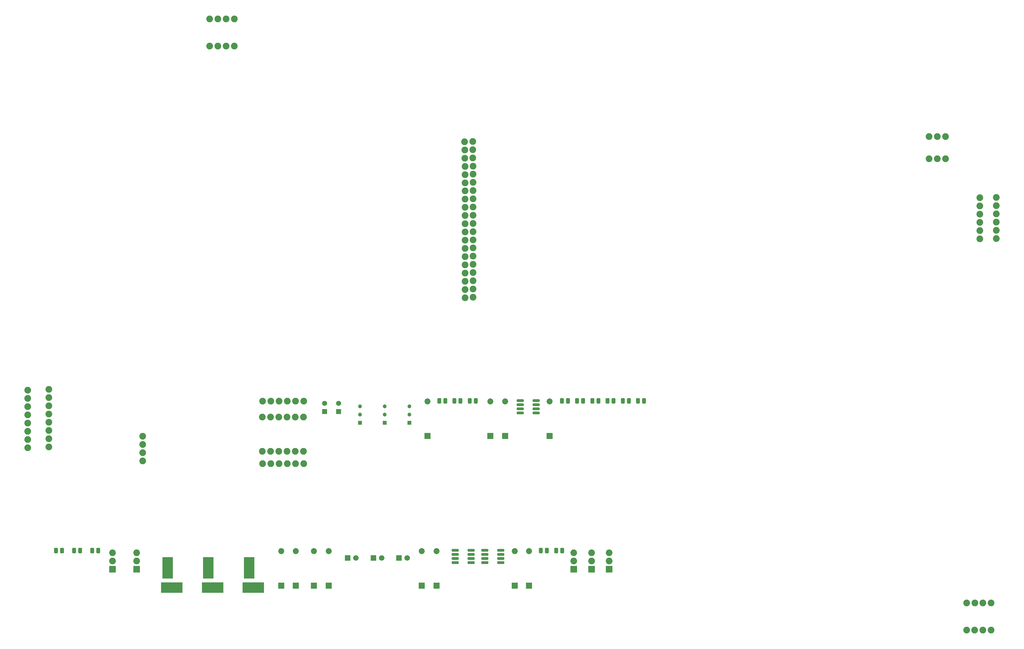
<source format=gts>
G04*
G04 #@! TF.GenerationSoftware,Altium Limited,Altium Designer,21.2.2 (38)*
G04*
G04 Layer_Color=8388736*
%FSLAX43Y43*%
%MOMM*%
G71*
G04*
G04 #@! TF.SameCoordinates,F6177738-A101-420F-8975-3F4184574452*
G04*
G04*
G04 #@! TF.FilePolarity,Negative*
G04*
G01*
G75*
G04:AMPARAMS|DCode=18|XSize=1.203mm|YSize=1.623mm|CornerRadius=0.227mm|HoleSize=0mm|Usage=FLASHONLY|Rotation=0.000|XOffset=0mm|YOffset=0mm|HoleType=Round|Shape=RoundedRectangle|*
%AMROUNDEDRECTD18*
21,1,1.203,1.170,0,0,0.0*
21,1,0.750,1.623,0,0,0.0*
1,1,0.453,0.375,-0.585*
1,1,0.453,-0.375,-0.585*
1,1,0.453,-0.375,0.585*
1,1,0.453,0.375,0.585*
%
%ADD18ROUNDEDRECTD18*%
G04:AMPARAMS|DCode=19|XSize=2.173mm|YSize=0.803mm|CornerRadius=0.177mm|HoleSize=0mm|Usage=FLASHONLY|Rotation=0.000|XOffset=0mm|YOffset=0mm|HoleType=Round|Shape=RoundedRectangle|*
%AMROUNDEDRECTD19*
21,1,2.173,0.450,0,0,0.0*
21,1,1.820,0.803,0,0,0.0*
1,1,0.353,0.910,-0.225*
1,1,0.353,-0.910,-0.225*
1,1,0.353,-0.910,0.225*
1,1,0.353,0.910,0.225*
%
%ADD19ROUNDEDRECTD19*%
%ADD20R,2.053X2.053*%
%ADD21C,2.083*%
%ADD22C,2.053*%
%ADD23R,1.853X1.853*%
%ADD24C,1.853*%
%ADD25C,1.711*%
%ADD26R,1.711X1.711*%
%ADD27R,3.203X6.703*%
%ADD28R,6.703X3.203*%
%ADD29C,2.083*%
%ADD30C,1.200*%
%ADD31R,1.200X1.200*%
%ADD32C,1.570*%
%ADD33R,1.570X1.570*%
D18*
X184323Y33401D02*
D03*
X182453D02*
D03*
X179624D02*
D03*
X177754D02*
D03*
X41194D02*
D03*
X39324D02*
D03*
X35606D02*
D03*
X33736D02*
D03*
X30018D02*
D03*
X28148D02*
D03*
X209596Y79629D02*
D03*
X207726D02*
D03*
X157653D02*
D03*
X155783D02*
D03*
X195499D02*
D03*
X193629D02*
D03*
X204897D02*
D03*
X203027D02*
D03*
X190800D02*
D03*
X188930D02*
D03*
X152954D02*
D03*
X151084D02*
D03*
X200198D02*
D03*
X198328D02*
D03*
X148255D02*
D03*
X146385D02*
D03*
X186101D02*
D03*
X184231D02*
D03*
D19*
X165411Y33528D02*
D03*
Y32258D02*
D03*
Y30988D02*
D03*
Y29718D02*
D03*
X160471D02*
D03*
Y30988D02*
D03*
Y32258D02*
D03*
Y33528D02*
D03*
X156267D02*
D03*
Y32258D02*
D03*
Y30988D02*
D03*
Y29718D02*
D03*
X151327D02*
D03*
Y30988D02*
D03*
Y32258D02*
D03*
Y33528D02*
D03*
X176333Y79756D02*
D03*
Y78486D02*
D03*
Y77216D02*
D03*
Y75946D02*
D03*
X171393D02*
D03*
Y77216D02*
D03*
Y78486D02*
D03*
Y79756D02*
D03*
D20*
X198831Y27686D02*
D03*
X193370D02*
D03*
X187909D02*
D03*
X53035D02*
D03*
X45542D02*
D03*
D21*
X198831Y30226D02*
D03*
X193370D02*
D03*
X187909D02*
D03*
X53035D02*
D03*
X45542D02*
D03*
D22*
X198831Y32766D02*
D03*
X193370D02*
D03*
X187909D02*
D03*
X53035D02*
D03*
X45542D02*
D03*
D23*
X174117Y22640D02*
D03*
X169672D02*
D03*
X145542D02*
D03*
X140970D02*
D03*
X112268D02*
D03*
X107696D02*
D03*
X102108D02*
D03*
X97663D02*
D03*
X142748Y68868D02*
D03*
X162179D02*
D03*
X166751D02*
D03*
X180467D02*
D03*
D24*
X174117Y33240D02*
D03*
X169672D02*
D03*
X145542D02*
D03*
X140970D02*
D03*
X112268D02*
D03*
X107696D02*
D03*
X102108D02*
D03*
X97663D02*
D03*
X142748Y79468D02*
D03*
X162179D02*
D03*
X166751D02*
D03*
X180467D02*
D03*
D25*
X136525Y31115D02*
D03*
X128651D02*
D03*
X120650D02*
D03*
D26*
X133985D02*
D03*
X126111D02*
D03*
X118110D02*
D03*
D27*
X87706Y28092D02*
D03*
X75133D02*
D03*
X62560D02*
D03*
D28*
X89052Y21971D02*
D03*
X76479D02*
D03*
X63906D02*
D03*
D29*
X156820Y121806D02*
D03*
Y119276D02*
D03*
Y116745D02*
D03*
Y114214D02*
D03*
Y111684D02*
D03*
Y129398D02*
D03*
Y126868D02*
D03*
Y124337D02*
D03*
Y144582D02*
D03*
Y142052D02*
D03*
Y139521D02*
D03*
Y136990D02*
D03*
Y134460D02*
D03*
Y131929D02*
D03*
Y152174D02*
D03*
Y149643D02*
D03*
Y147113D02*
D03*
X156718Y157235D02*
D03*
Y154705D02*
D03*
X154356Y121670D02*
D03*
Y119135D02*
D03*
Y116601D02*
D03*
Y114066D02*
D03*
Y111531D02*
D03*
X156718Y159766D02*
D03*
X154356Y129273D02*
D03*
Y126739D02*
D03*
Y124204D02*
D03*
Y144481D02*
D03*
Y141946D02*
D03*
Y139412D02*
D03*
Y136877D02*
D03*
Y134343D02*
D03*
Y131808D02*
D03*
Y152085D02*
D03*
Y149550D02*
D03*
Y147015D02*
D03*
X154280Y157154D02*
D03*
Y154619D02*
D03*
X154237Y159688D02*
D03*
X311642Y8855D02*
D03*
X309111D02*
D03*
X314173D02*
D03*
X314179Y17272D02*
D03*
X309118D02*
D03*
X311649D02*
D03*
X316703Y8855D02*
D03*
X316710Y17272D02*
D03*
X80620Y189195D02*
D03*
X75558D02*
D03*
X78089D02*
D03*
X83150D02*
D03*
X75565Y197612D02*
D03*
X78096D02*
D03*
X80626D02*
D03*
X83157D02*
D03*
X297561Y161290D02*
D03*
X300101D02*
D03*
X302641D02*
D03*
X297561Y154432D02*
D03*
X300101D02*
D03*
X302641D02*
D03*
X318262Y142494D02*
D03*
Y139954D02*
D03*
Y137414D02*
D03*
Y134874D02*
D03*
Y132334D02*
D03*
Y129794D02*
D03*
X313182Y142367D02*
D03*
Y139827D02*
D03*
Y137287D02*
D03*
Y134747D02*
D03*
Y132207D02*
D03*
Y129667D02*
D03*
X104521Y64110D02*
D03*
X101981D02*
D03*
X99441D02*
D03*
X96901D02*
D03*
X94361D02*
D03*
X91821D02*
D03*
X104546Y74676D02*
D03*
X102006D02*
D03*
X99466D02*
D03*
X96926D02*
D03*
X94386D02*
D03*
X91846D02*
D03*
X104623Y79578D02*
D03*
X102083D02*
D03*
X99543D02*
D03*
X97003D02*
D03*
X94463D02*
D03*
X91923D02*
D03*
X104558Y60264D02*
D03*
X102018D02*
D03*
X99478D02*
D03*
X96938D02*
D03*
X94398D02*
D03*
X91858D02*
D03*
X25908Y78105D02*
D03*
Y75565D02*
D03*
Y73025D02*
D03*
Y70485D02*
D03*
Y67945D02*
D03*
Y65405D02*
D03*
Y83185D02*
D03*
Y80645D02*
D03*
X19431Y77876D02*
D03*
Y75336D02*
D03*
Y72796D02*
D03*
Y70256D02*
D03*
Y67716D02*
D03*
Y65176D02*
D03*
Y82956D02*
D03*
Y80416D02*
D03*
X54864Y68707D02*
D03*
Y66167D02*
D03*
Y63627D02*
D03*
Y61087D02*
D03*
D30*
X129545Y77978D02*
D03*
Y75438D02*
D03*
X121925Y77978D02*
D03*
Y75438D02*
D03*
X137165Y77978D02*
D03*
Y75438D02*
D03*
D31*
X129545Y72898D02*
D03*
X121925D02*
D03*
X137165D02*
D03*
D32*
X115316Y78867D02*
D03*
X110998D02*
D03*
D33*
X115316Y76327D02*
D03*
X110998D02*
D03*
M02*

</source>
